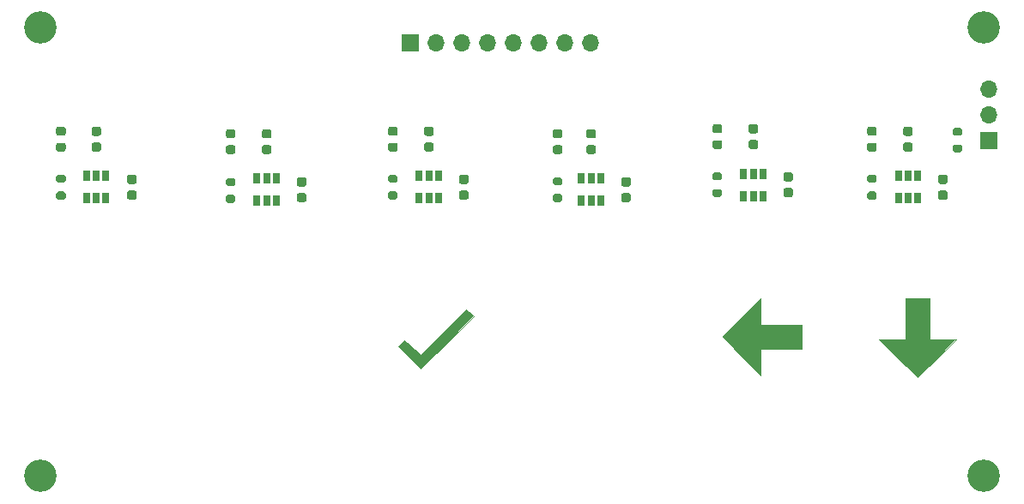
<source format=gbr>
%TF.GenerationSoftware,KiCad,Pcbnew,(5.1.10)-1*%
%TF.CreationDate,2021-12-20T17:30:05+01:00*%
%TF.ProjectId,Touchpad,546f7563-6870-4616-942e-6b696361645f,rev?*%
%TF.SameCoordinates,Original*%
%TF.FileFunction,Soldermask,Top*%
%TF.FilePolarity,Negative*%
%FSLAX46Y46*%
G04 Gerber Fmt 4.6, Leading zero omitted, Abs format (unit mm)*
G04 Created by KiCad (PCBNEW (5.1.10)-1) date 2021-12-20 17:30:05*
%MOMM*%
%LPD*%
G01*
G04 APERTURE LIST*
%ADD10C,0.100000*%
%ADD11R,0.650000X1.060000*%
%ADD12C,3.200000*%
%ADD13R,1.700000X1.700000*%
%ADD14O,1.700000X1.700000*%
G04 APERTURE END LIST*
D10*
G36*
X151200000Y-87000000D02*
G01*
X146000000Y-92200000D01*
X143800000Y-90000000D01*
X144400000Y-89400000D01*
X146000000Y-90800000D01*
X150500000Y-86300000D01*
X151200000Y-87000000D01*
G37*
X151200000Y-87000000D02*
X146000000Y-92200000D01*
X143800000Y-90000000D01*
X144400000Y-89400000D01*
X146000000Y-90800000D01*
X150500000Y-86300000D01*
X151200000Y-87000000D01*
G36*
X179500000Y-87800000D02*
G01*
X183600000Y-87800000D01*
X183600000Y-90200000D01*
X179500000Y-90200000D01*
X179500000Y-92800000D01*
X175800000Y-89000000D01*
X179500000Y-85200000D01*
X179500000Y-87800000D01*
G37*
X179500000Y-87800000D02*
X183600000Y-87800000D01*
X183600000Y-90200000D01*
X179500000Y-90200000D01*
X179500000Y-92800000D01*
X175800000Y-89000000D01*
X179500000Y-85200000D01*
X179500000Y-87800000D01*
G36*
X196200000Y-89300000D02*
G01*
X198800000Y-89300000D01*
X195000000Y-93000000D01*
X191200000Y-89300000D01*
X193800000Y-89300000D01*
X193800000Y-85200000D01*
X196200000Y-85200000D01*
X196200000Y-89300000D01*
G37*
X196200000Y-89300000D02*
X198800000Y-89300000D01*
X195000000Y-93000000D01*
X191200000Y-89300000D01*
X193800000Y-89300000D01*
X193800000Y-85200000D01*
X196200000Y-85200000D01*
X196200000Y-89300000D01*
%TO.C,C1*%
G36*
G01*
X117750000Y-73925000D02*
X117250000Y-73925000D01*
G75*
G02*
X117025000Y-73700000I0J225000D01*
G01*
X117025000Y-73250000D01*
G75*
G02*
X117250000Y-73025000I225000J0D01*
G01*
X117750000Y-73025000D01*
G75*
G02*
X117975000Y-73250000I0J-225000D01*
G01*
X117975000Y-73700000D01*
G75*
G02*
X117750000Y-73925000I-225000J0D01*
G01*
G37*
G36*
G01*
X117750000Y-75475000D02*
X117250000Y-75475000D01*
G75*
G02*
X117025000Y-75250000I0J225000D01*
G01*
X117025000Y-74800000D01*
G75*
G02*
X117250000Y-74575000I225000J0D01*
G01*
X117750000Y-74575000D01*
G75*
G02*
X117975000Y-74800000I0J-225000D01*
G01*
X117975000Y-75250000D01*
G75*
G02*
X117750000Y-75475000I-225000J0D01*
G01*
G37*
%TD*%
%TO.C,C2*%
G36*
G01*
X134500000Y-75725000D02*
X134000000Y-75725000D01*
G75*
G02*
X133775000Y-75500000I0J225000D01*
G01*
X133775000Y-75050000D01*
G75*
G02*
X134000000Y-74825000I225000J0D01*
G01*
X134500000Y-74825000D01*
G75*
G02*
X134725000Y-75050000I0J-225000D01*
G01*
X134725000Y-75500000D01*
G75*
G02*
X134500000Y-75725000I-225000J0D01*
G01*
G37*
G36*
G01*
X134500000Y-74175000D02*
X134000000Y-74175000D01*
G75*
G02*
X133775000Y-73950000I0J225000D01*
G01*
X133775000Y-73500000D01*
G75*
G02*
X134000000Y-73275000I225000J0D01*
G01*
X134500000Y-73275000D01*
G75*
G02*
X134725000Y-73500000I0J-225000D01*
G01*
X134725000Y-73950000D01*
G75*
G02*
X134500000Y-74175000I-225000J0D01*
G01*
G37*
%TD*%
%TO.C,C3*%
G36*
G01*
X114250000Y-70725000D02*
X113750000Y-70725000D01*
G75*
G02*
X113525000Y-70500000I0J225000D01*
G01*
X113525000Y-70050000D01*
G75*
G02*
X113750000Y-69825000I225000J0D01*
G01*
X114250000Y-69825000D01*
G75*
G02*
X114475000Y-70050000I0J-225000D01*
G01*
X114475000Y-70500000D01*
G75*
G02*
X114250000Y-70725000I-225000J0D01*
G01*
G37*
G36*
G01*
X114250000Y-69175000D02*
X113750000Y-69175000D01*
G75*
G02*
X113525000Y-68950000I0J225000D01*
G01*
X113525000Y-68500000D01*
G75*
G02*
X113750000Y-68275000I225000J0D01*
G01*
X114250000Y-68275000D01*
G75*
G02*
X114475000Y-68500000I0J-225000D01*
G01*
X114475000Y-68950000D01*
G75*
G02*
X114250000Y-69175000I-225000J0D01*
G01*
G37*
%TD*%
%TO.C,C4*%
G36*
G01*
X131050000Y-69425000D02*
X130550000Y-69425000D01*
G75*
G02*
X130325000Y-69200000I0J225000D01*
G01*
X130325000Y-68750000D01*
G75*
G02*
X130550000Y-68525000I225000J0D01*
G01*
X131050000Y-68525000D01*
G75*
G02*
X131275000Y-68750000I0J-225000D01*
G01*
X131275000Y-69200000D01*
G75*
G02*
X131050000Y-69425000I-225000J0D01*
G01*
G37*
G36*
G01*
X131050000Y-70975000D02*
X130550000Y-70975000D01*
G75*
G02*
X130325000Y-70750000I0J225000D01*
G01*
X130325000Y-70300000D01*
G75*
G02*
X130550000Y-70075000I225000J0D01*
G01*
X131050000Y-70075000D01*
G75*
G02*
X131275000Y-70300000I0J-225000D01*
G01*
X131275000Y-70750000D01*
G75*
G02*
X131050000Y-70975000I-225000J0D01*
G01*
G37*
%TD*%
%TO.C,C5*%
G36*
G01*
X150500000Y-75475000D02*
X150000000Y-75475000D01*
G75*
G02*
X149775000Y-75250000I0J225000D01*
G01*
X149775000Y-74800000D01*
G75*
G02*
X150000000Y-74575000I225000J0D01*
G01*
X150500000Y-74575000D01*
G75*
G02*
X150725000Y-74800000I0J-225000D01*
G01*
X150725000Y-75250000D01*
G75*
G02*
X150500000Y-75475000I-225000J0D01*
G01*
G37*
G36*
G01*
X150500000Y-73925000D02*
X150000000Y-73925000D01*
G75*
G02*
X149775000Y-73700000I0J225000D01*
G01*
X149775000Y-73250000D01*
G75*
G02*
X150000000Y-73025000I225000J0D01*
G01*
X150500000Y-73025000D01*
G75*
G02*
X150725000Y-73250000I0J-225000D01*
G01*
X150725000Y-73700000D01*
G75*
G02*
X150500000Y-73925000I-225000J0D01*
G01*
G37*
%TD*%
%TO.C,C6*%
G36*
G01*
X166500000Y-75725000D02*
X166000000Y-75725000D01*
G75*
G02*
X165775000Y-75500000I0J225000D01*
G01*
X165775000Y-75050000D01*
G75*
G02*
X166000000Y-74825000I225000J0D01*
G01*
X166500000Y-74825000D01*
G75*
G02*
X166725000Y-75050000I0J-225000D01*
G01*
X166725000Y-75500000D01*
G75*
G02*
X166500000Y-75725000I-225000J0D01*
G01*
G37*
G36*
G01*
X166500000Y-74175000D02*
X166000000Y-74175000D01*
G75*
G02*
X165775000Y-73950000I0J225000D01*
G01*
X165775000Y-73500000D01*
G75*
G02*
X166000000Y-73275000I225000J0D01*
G01*
X166500000Y-73275000D01*
G75*
G02*
X166725000Y-73500000I0J-225000D01*
G01*
X166725000Y-73950000D01*
G75*
G02*
X166500000Y-74175000I-225000J0D01*
G01*
G37*
%TD*%
%TO.C,C7*%
G36*
G01*
X147050000Y-70725000D02*
X146550000Y-70725000D01*
G75*
G02*
X146325000Y-70500000I0J225000D01*
G01*
X146325000Y-70050000D01*
G75*
G02*
X146550000Y-69825000I225000J0D01*
G01*
X147050000Y-69825000D01*
G75*
G02*
X147275000Y-70050000I0J-225000D01*
G01*
X147275000Y-70500000D01*
G75*
G02*
X147050000Y-70725000I-225000J0D01*
G01*
G37*
G36*
G01*
X147050000Y-69175000D02*
X146550000Y-69175000D01*
G75*
G02*
X146325000Y-68950000I0J225000D01*
G01*
X146325000Y-68500000D01*
G75*
G02*
X146550000Y-68275000I225000J0D01*
G01*
X147050000Y-68275000D01*
G75*
G02*
X147275000Y-68500000I0J-225000D01*
G01*
X147275000Y-68950000D01*
G75*
G02*
X147050000Y-69175000I-225000J0D01*
G01*
G37*
%TD*%
%TO.C,C8*%
G36*
G01*
X163050000Y-69425000D02*
X162550000Y-69425000D01*
G75*
G02*
X162325000Y-69200000I0J225000D01*
G01*
X162325000Y-68750000D01*
G75*
G02*
X162550000Y-68525000I225000J0D01*
G01*
X163050000Y-68525000D01*
G75*
G02*
X163275000Y-68750000I0J-225000D01*
G01*
X163275000Y-69200000D01*
G75*
G02*
X163050000Y-69425000I-225000J0D01*
G01*
G37*
G36*
G01*
X163050000Y-70975000D02*
X162550000Y-70975000D01*
G75*
G02*
X162325000Y-70750000I0J225000D01*
G01*
X162325000Y-70300000D01*
G75*
G02*
X162550000Y-70075000I225000J0D01*
G01*
X163050000Y-70075000D01*
G75*
G02*
X163275000Y-70300000I0J-225000D01*
G01*
X163275000Y-70750000D01*
G75*
G02*
X163050000Y-70975000I-225000J0D01*
G01*
G37*
%TD*%
%TO.C,C9*%
G36*
G01*
X182500000Y-73675000D02*
X182000000Y-73675000D01*
G75*
G02*
X181775000Y-73450000I0J225000D01*
G01*
X181775000Y-73000000D01*
G75*
G02*
X182000000Y-72775000I225000J0D01*
G01*
X182500000Y-72775000D01*
G75*
G02*
X182725000Y-73000000I0J-225000D01*
G01*
X182725000Y-73450000D01*
G75*
G02*
X182500000Y-73675000I-225000J0D01*
G01*
G37*
G36*
G01*
X182500000Y-75225000D02*
X182000000Y-75225000D01*
G75*
G02*
X181775000Y-75000000I0J225000D01*
G01*
X181775000Y-74550000D01*
G75*
G02*
X182000000Y-74325000I225000J0D01*
G01*
X182500000Y-74325000D01*
G75*
G02*
X182725000Y-74550000I0J-225000D01*
G01*
X182725000Y-75000000D01*
G75*
G02*
X182500000Y-75225000I-225000J0D01*
G01*
G37*
%TD*%
%TO.C,C10*%
G36*
G01*
X197750000Y-75475000D02*
X197250000Y-75475000D01*
G75*
G02*
X197025000Y-75250000I0J225000D01*
G01*
X197025000Y-74800000D01*
G75*
G02*
X197250000Y-74575000I225000J0D01*
G01*
X197750000Y-74575000D01*
G75*
G02*
X197975000Y-74800000I0J-225000D01*
G01*
X197975000Y-75250000D01*
G75*
G02*
X197750000Y-75475000I-225000J0D01*
G01*
G37*
G36*
G01*
X197750000Y-73925000D02*
X197250000Y-73925000D01*
G75*
G02*
X197025000Y-73700000I0J225000D01*
G01*
X197025000Y-73250000D01*
G75*
G02*
X197250000Y-73025000I225000J0D01*
G01*
X197750000Y-73025000D01*
G75*
G02*
X197975000Y-73250000I0J-225000D01*
G01*
X197975000Y-73700000D01*
G75*
G02*
X197750000Y-73925000I-225000J0D01*
G01*
G37*
%TD*%
%TO.C,C11*%
G36*
G01*
X179050000Y-70475000D02*
X178550000Y-70475000D01*
G75*
G02*
X178325000Y-70250000I0J225000D01*
G01*
X178325000Y-69800000D01*
G75*
G02*
X178550000Y-69575000I225000J0D01*
G01*
X179050000Y-69575000D01*
G75*
G02*
X179275000Y-69800000I0J-225000D01*
G01*
X179275000Y-70250000D01*
G75*
G02*
X179050000Y-70475000I-225000J0D01*
G01*
G37*
G36*
G01*
X179050000Y-68925000D02*
X178550000Y-68925000D01*
G75*
G02*
X178325000Y-68700000I0J225000D01*
G01*
X178325000Y-68250000D01*
G75*
G02*
X178550000Y-68025000I225000J0D01*
G01*
X179050000Y-68025000D01*
G75*
G02*
X179275000Y-68250000I0J-225000D01*
G01*
X179275000Y-68700000D01*
G75*
G02*
X179050000Y-68925000I-225000J0D01*
G01*
G37*
%TD*%
%TO.C,C12*%
G36*
G01*
X194300000Y-69175000D02*
X193800000Y-69175000D01*
G75*
G02*
X193575000Y-68950000I0J225000D01*
G01*
X193575000Y-68500000D01*
G75*
G02*
X193800000Y-68275000I225000J0D01*
G01*
X194300000Y-68275000D01*
G75*
G02*
X194525000Y-68500000I0J-225000D01*
G01*
X194525000Y-68950000D01*
G75*
G02*
X194300000Y-69175000I-225000J0D01*
G01*
G37*
G36*
G01*
X194300000Y-70725000D02*
X193800000Y-70725000D01*
G75*
G02*
X193575000Y-70500000I0J225000D01*
G01*
X193575000Y-70050000D01*
G75*
G02*
X193800000Y-69825000I225000J0D01*
G01*
X194300000Y-69825000D01*
G75*
G02*
X194525000Y-70050000I0J-225000D01*
G01*
X194525000Y-70500000D01*
G75*
G02*
X194300000Y-70725000I-225000J0D01*
G01*
G37*
%TD*%
%TO.C,D1*%
G36*
G01*
X110243750Y-68275000D02*
X110756250Y-68275000D01*
G75*
G02*
X110975000Y-68493750I0J-218750D01*
G01*
X110975000Y-68931250D01*
G75*
G02*
X110756250Y-69150000I-218750J0D01*
G01*
X110243750Y-69150000D01*
G75*
G02*
X110025000Y-68931250I0J218750D01*
G01*
X110025000Y-68493750D01*
G75*
G02*
X110243750Y-68275000I218750J0D01*
G01*
G37*
G36*
G01*
X110243750Y-69850000D02*
X110756250Y-69850000D01*
G75*
G02*
X110975000Y-70068750I0J-218750D01*
G01*
X110975000Y-70506250D01*
G75*
G02*
X110756250Y-70725000I-218750J0D01*
G01*
X110243750Y-70725000D01*
G75*
G02*
X110025000Y-70506250I0J218750D01*
G01*
X110025000Y-70068750D01*
G75*
G02*
X110243750Y-69850000I218750J0D01*
G01*
G37*
%TD*%
%TO.C,D2*%
G36*
G01*
X126993750Y-68525000D02*
X127506250Y-68525000D01*
G75*
G02*
X127725000Y-68743750I0J-218750D01*
G01*
X127725000Y-69181250D01*
G75*
G02*
X127506250Y-69400000I-218750J0D01*
G01*
X126993750Y-69400000D01*
G75*
G02*
X126775000Y-69181250I0J218750D01*
G01*
X126775000Y-68743750D01*
G75*
G02*
X126993750Y-68525000I218750J0D01*
G01*
G37*
G36*
G01*
X126993750Y-70100000D02*
X127506250Y-70100000D01*
G75*
G02*
X127725000Y-70318750I0J-218750D01*
G01*
X127725000Y-70756250D01*
G75*
G02*
X127506250Y-70975000I-218750J0D01*
G01*
X126993750Y-70975000D01*
G75*
G02*
X126775000Y-70756250I0J218750D01*
G01*
X126775000Y-70318750D01*
G75*
G02*
X126993750Y-70100000I218750J0D01*
G01*
G37*
%TD*%
%TO.C,D3*%
G36*
G01*
X142993750Y-68275000D02*
X143506250Y-68275000D01*
G75*
G02*
X143725000Y-68493750I0J-218750D01*
G01*
X143725000Y-68931250D01*
G75*
G02*
X143506250Y-69150000I-218750J0D01*
G01*
X142993750Y-69150000D01*
G75*
G02*
X142775000Y-68931250I0J218750D01*
G01*
X142775000Y-68493750D01*
G75*
G02*
X142993750Y-68275000I218750J0D01*
G01*
G37*
G36*
G01*
X142993750Y-69850000D02*
X143506250Y-69850000D01*
G75*
G02*
X143725000Y-70068750I0J-218750D01*
G01*
X143725000Y-70506250D01*
G75*
G02*
X143506250Y-70725000I-218750J0D01*
G01*
X142993750Y-70725000D01*
G75*
G02*
X142775000Y-70506250I0J218750D01*
G01*
X142775000Y-70068750D01*
G75*
G02*
X142993750Y-69850000I218750J0D01*
G01*
G37*
%TD*%
%TO.C,D4*%
G36*
G01*
X159243750Y-70100000D02*
X159756250Y-70100000D01*
G75*
G02*
X159975000Y-70318750I0J-218750D01*
G01*
X159975000Y-70756250D01*
G75*
G02*
X159756250Y-70975000I-218750J0D01*
G01*
X159243750Y-70975000D01*
G75*
G02*
X159025000Y-70756250I0J218750D01*
G01*
X159025000Y-70318750D01*
G75*
G02*
X159243750Y-70100000I218750J0D01*
G01*
G37*
G36*
G01*
X159243750Y-68525000D02*
X159756250Y-68525000D01*
G75*
G02*
X159975000Y-68743750I0J-218750D01*
G01*
X159975000Y-69181250D01*
G75*
G02*
X159756250Y-69400000I-218750J0D01*
G01*
X159243750Y-69400000D01*
G75*
G02*
X159025000Y-69181250I0J218750D01*
G01*
X159025000Y-68743750D01*
G75*
G02*
X159243750Y-68525000I218750J0D01*
G01*
G37*
%TD*%
%TO.C,D5*%
G36*
G01*
X174993750Y-69600000D02*
X175506250Y-69600000D01*
G75*
G02*
X175725000Y-69818750I0J-218750D01*
G01*
X175725000Y-70256250D01*
G75*
G02*
X175506250Y-70475000I-218750J0D01*
G01*
X174993750Y-70475000D01*
G75*
G02*
X174775000Y-70256250I0J218750D01*
G01*
X174775000Y-69818750D01*
G75*
G02*
X174993750Y-69600000I218750J0D01*
G01*
G37*
G36*
G01*
X174993750Y-68025000D02*
X175506250Y-68025000D01*
G75*
G02*
X175725000Y-68243750I0J-218750D01*
G01*
X175725000Y-68681250D01*
G75*
G02*
X175506250Y-68900000I-218750J0D01*
G01*
X174993750Y-68900000D01*
G75*
G02*
X174775000Y-68681250I0J218750D01*
G01*
X174775000Y-68243750D01*
G75*
G02*
X174993750Y-68025000I218750J0D01*
G01*
G37*
%TD*%
%TO.C,D6*%
G36*
G01*
X190243750Y-69850000D02*
X190756250Y-69850000D01*
G75*
G02*
X190975000Y-70068750I0J-218750D01*
G01*
X190975000Y-70506250D01*
G75*
G02*
X190756250Y-70725000I-218750J0D01*
G01*
X190243750Y-70725000D01*
G75*
G02*
X190025000Y-70506250I0J218750D01*
G01*
X190025000Y-70068750D01*
G75*
G02*
X190243750Y-69850000I218750J0D01*
G01*
G37*
G36*
G01*
X190243750Y-68275000D02*
X190756250Y-68275000D01*
G75*
G02*
X190975000Y-68493750I0J-218750D01*
G01*
X190975000Y-68931250D01*
G75*
G02*
X190756250Y-69150000I-218750J0D01*
G01*
X190243750Y-69150000D01*
G75*
G02*
X190025000Y-68931250I0J218750D01*
G01*
X190025000Y-68493750D01*
G75*
G02*
X190243750Y-68275000I218750J0D01*
G01*
G37*
%TD*%
%TO.C,R1*%
G36*
G01*
X110775000Y-73825000D02*
X110225000Y-73825000D01*
G75*
G02*
X110025000Y-73625000I0J200000D01*
G01*
X110025000Y-73225000D01*
G75*
G02*
X110225000Y-73025000I200000J0D01*
G01*
X110775000Y-73025000D01*
G75*
G02*
X110975000Y-73225000I0J-200000D01*
G01*
X110975000Y-73625000D01*
G75*
G02*
X110775000Y-73825000I-200000J0D01*
G01*
G37*
G36*
G01*
X110775000Y-75475000D02*
X110225000Y-75475000D01*
G75*
G02*
X110025000Y-75275000I0J200000D01*
G01*
X110025000Y-74875000D01*
G75*
G02*
X110225000Y-74675000I200000J0D01*
G01*
X110775000Y-74675000D01*
G75*
G02*
X110975000Y-74875000I0J-200000D01*
G01*
X110975000Y-75275000D01*
G75*
G02*
X110775000Y-75475000I-200000J0D01*
G01*
G37*
%TD*%
%TO.C,R2*%
G36*
G01*
X127525000Y-75800000D02*
X126975000Y-75800000D01*
G75*
G02*
X126775000Y-75600000I0J200000D01*
G01*
X126775000Y-75200000D01*
G75*
G02*
X126975000Y-75000000I200000J0D01*
G01*
X127525000Y-75000000D01*
G75*
G02*
X127725000Y-75200000I0J-200000D01*
G01*
X127725000Y-75600000D01*
G75*
G02*
X127525000Y-75800000I-200000J0D01*
G01*
G37*
G36*
G01*
X127525000Y-74150000D02*
X126975000Y-74150000D01*
G75*
G02*
X126775000Y-73950000I0J200000D01*
G01*
X126775000Y-73550000D01*
G75*
G02*
X126975000Y-73350000I200000J0D01*
G01*
X127525000Y-73350000D01*
G75*
G02*
X127725000Y-73550000I0J-200000D01*
G01*
X127725000Y-73950000D01*
G75*
G02*
X127525000Y-74150000I-200000J0D01*
G01*
G37*
%TD*%
%TO.C,R3*%
G36*
G01*
X143525000Y-75475000D02*
X142975000Y-75475000D01*
G75*
G02*
X142775000Y-75275000I0J200000D01*
G01*
X142775000Y-74875000D01*
G75*
G02*
X142975000Y-74675000I200000J0D01*
G01*
X143525000Y-74675000D01*
G75*
G02*
X143725000Y-74875000I0J-200000D01*
G01*
X143725000Y-75275000D01*
G75*
G02*
X143525000Y-75475000I-200000J0D01*
G01*
G37*
G36*
G01*
X143525000Y-73825000D02*
X142975000Y-73825000D01*
G75*
G02*
X142775000Y-73625000I0J200000D01*
G01*
X142775000Y-73225000D01*
G75*
G02*
X142975000Y-73025000I200000J0D01*
G01*
X143525000Y-73025000D01*
G75*
G02*
X143725000Y-73225000I0J-200000D01*
G01*
X143725000Y-73625000D01*
G75*
G02*
X143525000Y-73825000I-200000J0D01*
G01*
G37*
%TD*%
%TO.C,R4*%
G36*
G01*
X159775000Y-75725000D02*
X159225000Y-75725000D01*
G75*
G02*
X159025000Y-75525000I0J200000D01*
G01*
X159025000Y-75125000D01*
G75*
G02*
X159225000Y-74925000I200000J0D01*
G01*
X159775000Y-74925000D01*
G75*
G02*
X159975000Y-75125000I0J-200000D01*
G01*
X159975000Y-75525000D01*
G75*
G02*
X159775000Y-75725000I-200000J0D01*
G01*
G37*
G36*
G01*
X159775000Y-74075000D02*
X159225000Y-74075000D01*
G75*
G02*
X159025000Y-73875000I0J200000D01*
G01*
X159025000Y-73475000D01*
G75*
G02*
X159225000Y-73275000I200000J0D01*
G01*
X159775000Y-73275000D01*
G75*
G02*
X159975000Y-73475000I0J-200000D01*
G01*
X159975000Y-73875000D01*
G75*
G02*
X159775000Y-74075000I-200000J0D01*
G01*
G37*
%TD*%
%TO.C,R5*%
G36*
G01*
X175525000Y-73575000D02*
X174975000Y-73575000D01*
G75*
G02*
X174775000Y-73375000I0J200000D01*
G01*
X174775000Y-72975000D01*
G75*
G02*
X174975000Y-72775000I200000J0D01*
G01*
X175525000Y-72775000D01*
G75*
G02*
X175725000Y-72975000I0J-200000D01*
G01*
X175725000Y-73375000D01*
G75*
G02*
X175525000Y-73575000I-200000J0D01*
G01*
G37*
G36*
G01*
X175525000Y-75225000D02*
X174975000Y-75225000D01*
G75*
G02*
X174775000Y-75025000I0J200000D01*
G01*
X174775000Y-74625000D01*
G75*
G02*
X174975000Y-74425000I200000J0D01*
G01*
X175525000Y-74425000D01*
G75*
G02*
X175725000Y-74625000I0J-200000D01*
G01*
X175725000Y-75025000D01*
G75*
G02*
X175525000Y-75225000I-200000J0D01*
G01*
G37*
%TD*%
%TO.C,R6*%
G36*
G01*
X190775000Y-73825000D02*
X190225000Y-73825000D01*
G75*
G02*
X190025000Y-73625000I0J200000D01*
G01*
X190025000Y-73225000D01*
G75*
G02*
X190225000Y-73025000I200000J0D01*
G01*
X190775000Y-73025000D01*
G75*
G02*
X190975000Y-73225000I0J-200000D01*
G01*
X190975000Y-73625000D01*
G75*
G02*
X190775000Y-73825000I-200000J0D01*
G01*
G37*
G36*
G01*
X190775000Y-75475000D02*
X190225000Y-75475000D01*
G75*
G02*
X190025000Y-75275000I0J200000D01*
G01*
X190025000Y-74875000D01*
G75*
G02*
X190225000Y-74675000I200000J0D01*
G01*
X190775000Y-74675000D01*
G75*
G02*
X190975000Y-74875000I0J-200000D01*
G01*
X190975000Y-75275000D01*
G75*
G02*
X190775000Y-75475000I-200000J0D01*
G01*
G37*
%TD*%
D11*
%TO.C,U1*%
X113050000Y-75350000D03*
X114000000Y-75350000D03*
X114950000Y-75350000D03*
X114950000Y-73150000D03*
X113050000Y-73150000D03*
X114000000Y-73150000D03*
%TD*%
%TO.C,U2*%
X130800000Y-73400000D03*
X129850000Y-73400000D03*
X131750000Y-73400000D03*
X131750000Y-75600000D03*
X130800000Y-75600000D03*
X129850000Y-75600000D03*
%TD*%
%TO.C,U3*%
X146800000Y-73150000D03*
X145850000Y-73150000D03*
X147750000Y-73150000D03*
X147750000Y-75350000D03*
X146800000Y-75350000D03*
X145850000Y-75350000D03*
%TD*%
%TO.C,U4*%
X161850000Y-75600000D03*
X162800000Y-75600000D03*
X163750000Y-75600000D03*
X163750000Y-73400000D03*
X161850000Y-73400000D03*
X162800000Y-73400000D03*
%TD*%
%TO.C,U5*%
X178800000Y-72900000D03*
X177850000Y-72900000D03*
X179750000Y-72900000D03*
X179750000Y-75100000D03*
X178800000Y-75100000D03*
X177850000Y-75100000D03*
%TD*%
%TO.C,U6*%
X193100000Y-75350000D03*
X194050000Y-75350000D03*
X195000000Y-75350000D03*
X195000000Y-73150000D03*
X193100000Y-73150000D03*
X194050000Y-73150000D03*
%TD*%
D12*
%TO.C,H1*%
X108500000Y-102750000D03*
%TD*%
%TO.C,H2*%
X201500000Y-58500000D03*
%TD*%
%TO.C,H3*%
X201500000Y-102750000D03*
%TD*%
%TO.C,H4*%
X108500000Y-58500000D03*
%TD*%
D13*
%TO.C,J1*%
X145000000Y-60000000D03*
D14*
X147540000Y-60000000D03*
X150080000Y-60000000D03*
X152620000Y-60000000D03*
X155160000Y-60000000D03*
X157700000Y-60000000D03*
X160240000Y-60000000D03*
X162780000Y-60000000D03*
%TD*%
D13*
%TO.C,J2*%
X202057000Y-69596000D03*
D14*
X202057000Y-67056000D03*
X202057000Y-64516000D03*
%TD*%
%TO.C,R7*%
G36*
G01*
X199220500Y-70821000D02*
X198670500Y-70821000D01*
G75*
G02*
X198470500Y-70621000I0J200000D01*
G01*
X198470500Y-70221000D01*
G75*
G02*
X198670500Y-70021000I200000J0D01*
G01*
X199220500Y-70021000D01*
G75*
G02*
X199420500Y-70221000I0J-200000D01*
G01*
X199420500Y-70621000D01*
G75*
G02*
X199220500Y-70821000I-200000J0D01*
G01*
G37*
G36*
G01*
X199220500Y-69171000D02*
X198670500Y-69171000D01*
G75*
G02*
X198470500Y-68971000I0J200000D01*
G01*
X198470500Y-68571000D01*
G75*
G02*
X198670500Y-68371000I200000J0D01*
G01*
X199220500Y-68371000D01*
G75*
G02*
X199420500Y-68571000I0J-200000D01*
G01*
X199420500Y-68971000D01*
G75*
G02*
X199220500Y-69171000I-200000J0D01*
G01*
G37*
%TD*%
M02*

</source>
